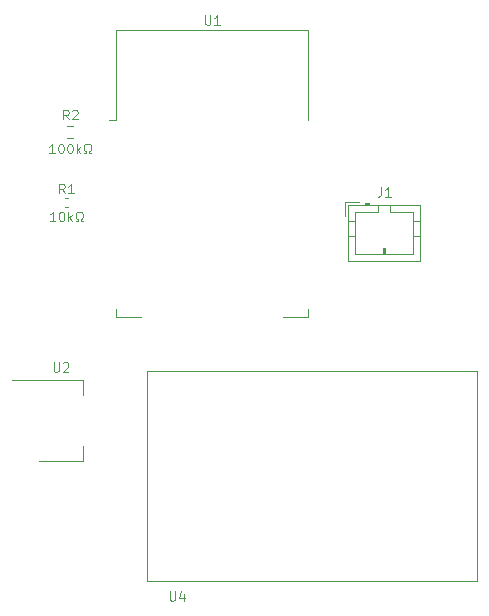
<source format=gbr>
%TF.GenerationSoftware,Flux,Pcbnew,7.0.11-7.0.11~ubuntu20.04.1*%
%TF.CreationDate,2024-08-13T10:52:44+00:00*%
%TF.ProjectId,input,696e7075-742e-46b6-9963-61645f706362,rev?*%
%TF.SameCoordinates,Original*%
%TF.FileFunction,Legend,Top*%
%TF.FilePolarity,Positive*%
%FSLAX46Y46*%
G04 Gerber Fmt 4.6, Leading zero omitted, Abs format (unit mm)*
G04 Filename: wirelessvoltmeter*
G04 Build it with Flux! Visit our site at: https://www.flux.ai (PCBNEW 7.0.11-7.0.11~ubuntu20.04.1) date 2024-08-13 10:52:44*
%MOMM*%
%LPD*%
G01*
G04 APERTURE LIST*
%ADD10C,0.095000*%
%ADD11C,0.120000*%
G04 APERTURE END LIST*
D10*
X-1609523Y23884844D02*
X-1609523Y23237225D01*
X-1609523Y23237225D02*
X-1571428Y23161035D01*
X-1571428Y23161035D02*
X-1533333Y23122940D01*
X-1533333Y23122940D02*
X-1457142Y23084844D01*
X-1457142Y23084844D02*
X-1304761Y23084844D01*
X-1304761Y23084844D02*
X-1228571Y23122940D01*
X-1228571Y23122940D02*
X-1190476Y23161035D01*
X-1190476Y23161035D02*
X-1152380Y23237225D01*
X-1152380Y23237225D02*
X-1152380Y23884844D01*
X-352381Y23084844D02*
X-809524Y23084844D01*
X-580952Y23084844D02*
X-580952Y23884844D01*
X-580952Y23884844D02*
X-657143Y23770559D01*
X-657143Y23770559D02*
X-733333Y23694368D01*
X-733333Y23694368D02*
X-809524Y23656273D01*
X-14433223Y-5509355D02*
X-14433223Y-6156974D01*
X-14433223Y-6156974D02*
X-14395128Y-6233164D01*
X-14395128Y-6233164D02*
X-14357033Y-6271260D01*
X-14357033Y-6271260D02*
X-14280842Y-6309355D01*
X-14280842Y-6309355D02*
X-14128461Y-6309355D01*
X-14128461Y-6309355D02*
X-14052271Y-6271260D01*
X-14052271Y-6271260D02*
X-14014176Y-6233164D01*
X-14014176Y-6233164D02*
X-13976080Y-6156974D01*
X-13976080Y-6156974D02*
X-13976080Y-5509355D01*
X-13633224Y-5585545D02*
X-13595128Y-5547450D01*
X-13595128Y-5547450D02*
X-13518938Y-5509355D01*
X-13518938Y-5509355D02*
X-13328462Y-5509355D01*
X-13328462Y-5509355D02*
X-13252271Y-5547450D01*
X-13252271Y-5547450D02*
X-13214176Y-5585545D01*
X-13214176Y-5585545D02*
X-13176081Y-5661736D01*
X-13176081Y-5661736D02*
X-13176081Y-5737926D01*
X-13176081Y-5737926D02*
X-13214176Y-5852212D01*
X-13214176Y-5852212D02*
X-13671319Y-6309355D01*
X-13671319Y-6309355D02*
X-13176081Y-6309355D01*
X13296833Y9334844D02*
X13296833Y8763416D01*
X13296833Y8763416D02*
X13258738Y8649130D01*
X13258738Y8649130D02*
X13182547Y8572940D01*
X13182547Y8572940D02*
X13068262Y8534844D01*
X13068262Y8534844D02*
X12992071Y8534844D01*
X14096833Y8534844D02*
X13639690Y8534844D01*
X13868262Y8534844D02*
X13868262Y9334844D01*
X13868262Y9334844D02*
X13792071Y9220559D01*
X13792071Y9220559D02*
X13715881Y9144368D01*
X13715881Y9144368D02*
X13639690Y9106273D01*
X-4609523Y-24884355D02*
X-4609523Y-25531974D01*
X-4609523Y-25531974D02*
X-4571428Y-25608164D01*
X-4571428Y-25608164D02*
X-4533333Y-25646260D01*
X-4533333Y-25646260D02*
X-4457142Y-25684355D01*
X-4457142Y-25684355D02*
X-4304761Y-25684355D01*
X-4304761Y-25684355D02*
X-4228571Y-25646260D01*
X-4228571Y-25646260D02*
X-4190476Y-25608164D01*
X-4190476Y-25608164D02*
X-4152380Y-25531974D01*
X-4152380Y-25531974D02*
X-4152380Y-24884355D01*
X-3428571Y-25151021D02*
X-3428571Y-25684355D01*
X-3619047Y-24846260D02*
X-3809524Y-25417688D01*
X-3809524Y-25417688D02*
X-3314285Y-25417688D01*
X-14276133Y6464844D02*
X-14733276Y6464844D01*
X-14504704Y6464844D02*
X-14504704Y7264844D01*
X-14504704Y7264844D02*
X-14580895Y7150559D01*
X-14580895Y7150559D02*
X-14657085Y7074368D01*
X-14657085Y7074368D02*
X-14733276Y7036273D01*
X-13780894Y7264844D02*
X-13704704Y7264844D01*
X-13704704Y7264844D02*
X-13628513Y7226749D01*
X-13628513Y7226749D02*
X-13590418Y7188654D01*
X-13590418Y7188654D02*
X-13552323Y7112463D01*
X-13552323Y7112463D02*
X-13514228Y6960082D01*
X-13514228Y6960082D02*
X-13514228Y6769606D01*
X-13514228Y6769606D02*
X-13552323Y6617225D01*
X-13552323Y6617225D02*
X-13590418Y6541035D01*
X-13590418Y6541035D02*
X-13628513Y6502940D01*
X-13628513Y6502940D02*
X-13704704Y6464844D01*
X-13704704Y6464844D02*
X-13780894Y6464844D01*
X-13780894Y6464844D02*
X-13857085Y6502940D01*
X-13857085Y6502940D02*
X-13895180Y6541035D01*
X-13895180Y6541035D02*
X-13933275Y6617225D01*
X-13933275Y6617225D02*
X-13971371Y6769606D01*
X-13971371Y6769606D02*
X-13971371Y6960082D01*
X-13971371Y6960082D02*
X-13933275Y7112463D01*
X-13933275Y7112463D02*
X-13895180Y7188654D01*
X-13895180Y7188654D02*
X-13857085Y7226749D01*
X-13857085Y7226749D02*
X-13780894Y7264844D01*
X-13171370Y6464844D02*
X-13171370Y7264844D01*
X-13095180Y6769606D02*
X-12866608Y6464844D01*
X-12866608Y6998178D02*
X-13171370Y6693416D01*
X-12561847Y6464844D02*
X-12371370Y6464844D01*
X-12371370Y6464844D02*
X-12371370Y6617225D01*
X-12371370Y6617225D02*
X-12447561Y6655320D01*
X-12447561Y6655320D02*
X-12523751Y6731511D01*
X-12523751Y6731511D02*
X-12561847Y6845797D01*
X-12561847Y6845797D02*
X-12561847Y7036273D01*
X-12561847Y7036273D02*
X-12523751Y7150559D01*
X-12523751Y7150559D02*
X-12447561Y7226749D01*
X-12447561Y7226749D02*
X-12333275Y7264844D01*
X-12333275Y7264844D02*
X-12180894Y7264844D01*
X-12180894Y7264844D02*
X-12066608Y7226749D01*
X-12066608Y7226749D02*
X-11990418Y7150559D01*
X-11990418Y7150559D02*
X-11952323Y7036273D01*
X-11952323Y7036273D02*
X-11952323Y6845797D01*
X-11952323Y6845797D02*
X-11990418Y6731511D01*
X-11990418Y6731511D02*
X-12066608Y6655320D01*
X-12066608Y6655320D02*
X-12142799Y6617225D01*
X-12142799Y6617225D02*
X-12142799Y6464844D01*
X-12142799Y6464844D02*
X-11952323Y6464844D01*
X-13476132Y8804844D02*
X-13742799Y9185797D01*
X-13933275Y8804844D02*
X-13933275Y9604844D01*
X-13933275Y9604844D02*
X-13628513Y9604844D01*
X-13628513Y9604844D02*
X-13552323Y9566749D01*
X-13552323Y9566749D02*
X-13514228Y9528654D01*
X-13514228Y9528654D02*
X-13476132Y9452463D01*
X-13476132Y9452463D02*
X-13476132Y9338178D01*
X-13476132Y9338178D02*
X-13514228Y9261987D01*
X-13514228Y9261987D02*
X-13552323Y9223892D01*
X-13552323Y9223892D02*
X-13628513Y9185797D01*
X-13628513Y9185797D02*
X-13933275Y9185797D01*
X-12714228Y8804844D02*
X-13171371Y8804844D01*
X-12942799Y8804844D02*
X-12942799Y9604844D01*
X-12942799Y9604844D02*
X-13018990Y9490559D01*
X-13018990Y9490559D02*
X-13095180Y9414368D01*
X-13095180Y9414368D02*
X-13171371Y9376273D01*
X-14342086Y12204844D02*
X-14799229Y12204844D01*
X-14570657Y12204844D02*
X-14570657Y13004844D01*
X-14570657Y13004844D02*
X-14646848Y12890559D01*
X-14646848Y12890559D02*
X-14723038Y12814368D01*
X-14723038Y12814368D02*
X-14799229Y12776273D01*
X-13846847Y13004844D02*
X-13770657Y13004844D01*
X-13770657Y13004844D02*
X-13694466Y12966749D01*
X-13694466Y12966749D02*
X-13656371Y12928654D01*
X-13656371Y12928654D02*
X-13618276Y12852463D01*
X-13618276Y12852463D02*
X-13580181Y12700082D01*
X-13580181Y12700082D02*
X-13580181Y12509606D01*
X-13580181Y12509606D02*
X-13618276Y12357225D01*
X-13618276Y12357225D02*
X-13656371Y12281035D01*
X-13656371Y12281035D02*
X-13694466Y12242940D01*
X-13694466Y12242940D02*
X-13770657Y12204844D01*
X-13770657Y12204844D02*
X-13846847Y12204844D01*
X-13846847Y12204844D02*
X-13923038Y12242940D01*
X-13923038Y12242940D02*
X-13961133Y12281035D01*
X-13961133Y12281035D02*
X-13999228Y12357225D01*
X-13999228Y12357225D02*
X-14037324Y12509606D01*
X-14037324Y12509606D02*
X-14037324Y12700082D01*
X-14037324Y12700082D02*
X-13999228Y12852463D01*
X-13999228Y12852463D02*
X-13961133Y12928654D01*
X-13961133Y12928654D02*
X-13923038Y12966749D01*
X-13923038Y12966749D02*
X-13846847Y13004844D01*
X-13084942Y13004844D02*
X-13008752Y13004844D01*
X-13008752Y13004844D02*
X-12932561Y12966749D01*
X-12932561Y12966749D02*
X-12894466Y12928654D01*
X-12894466Y12928654D02*
X-12856371Y12852463D01*
X-12856371Y12852463D02*
X-12818276Y12700082D01*
X-12818276Y12700082D02*
X-12818276Y12509606D01*
X-12818276Y12509606D02*
X-12856371Y12357225D01*
X-12856371Y12357225D02*
X-12894466Y12281035D01*
X-12894466Y12281035D02*
X-12932561Y12242940D01*
X-12932561Y12242940D02*
X-13008752Y12204844D01*
X-13008752Y12204844D02*
X-13084942Y12204844D01*
X-13084942Y12204844D02*
X-13161133Y12242940D01*
X-13161133Y12242940D02*
X-13199228Y12281035D01*
X-13199228Y12281035D02*
X-13237323Y12357225D01*
X-13237323Y12357225D02*
X-13275419Y12509606D01*
X-13275419Y12509606D02*
X-13275419Y12700082D01*
X-13275419Y12700082D02*
X-13237323Y12852463D01*
X-13237323Y12852463D02*
X-13199228Y12928654D01*
X-13199228Y12928654D02*
X-13161133Y12966749D01*
X-13161133Y12966749D02*
X-13084942Y13004844D01*
X-12475418Y12204844D02*
X-12475418Y13004844D01*
X-12399228Y12509606D02*
X-12170656Y12204844D01*
X-12170656Y12738178D02*
X-12475418Y12433416D01*
X-11865895Y12204844D02*
X-11675418Y12204844D01*
X-11675418Y12204844D02*
X-11675418Y12357225D01*
X-11675418Y12357225D02*
X-11751609Y12395320D01*
X-11751609Y12395320D02*
X-11827799Y12471511D01*
X-11827799Y12471511D02*
X-11865895Y12585797D01*
X-11865895Y12585797D02*
X-11865895Y12776273D01*
X-11865895Y12776273D02*
X-11827799Y12890559D01*
X-11827799Y12890559D02*
X-11751609Y12966749D01*
X-11751609Y12966749D02*
X-11637323Y13004844D01*
X-11637323Y13004844D02*
X-11484942Y13004844D01*
X-11484942Y13004844D02*
X-11370656Y12966749D01*
X-11370656Y12966749D02*
X-11294466Y12890559D01*
X-11294466Y12890559D02*
X-11256371Y12776273D01*
X-11256371Y12776273D02*
X-11256371Y12585797D01*
X-11256371Y12585797D02*
X-11294466Y12471511D01*
X-11294466Y12471511D02*
X-11370656Y12395320D01*
X-11370656Y12395320D02*
X-11446847Y12357225D01*
X-11446847Y12357225D02*
X-11446847Y12204844D01*
X-11446847Y12204844D02*
X-11256371Y12204844D01*
X-13161132Y15064844D02*
X-13427799Y15445797D01*
X-13618275Y15064844D02*
X-13618275Y15864844D01*
X-13618275Y15864844D02*
X-13313513Y15864844D01*
X-13313513Y15864844D02*
X-13237323Y15826749D01*
X-13237323Y15826749D02*
X-13199228Y15788654D01*
X-13199228Y15788654D02*
X-13161132Y15712463D01*
X-13161132Y15712463D02*
X-13161132Y15598178D01*
X-13161132Y15598178D02*
X-13199228Y15521987D01*
X-13199228Y15521987D02*
X-13237323Y15483892D01*
X-13237323Y15483892D02*
X-13313513Y15445797D01*
X-13313513Y15445797D02*
X-13618275Y15445797D01*
X-12856371Y15788654D02*
X-12818275Y15826749D01*
X-12818275Y15826749D02*
X-12742085Y15864844D01*
X-12742085Y15864844D02*
X-12551609Y15864844D01*
X-12551609Y15864844D02*
X-12475418Y15826749D01*
X-12475418Y15826749D02*
X-12437323Y15788654D01*
X-12437323Y15788654D02*
X-12399228Y15712463D01*
X-12399228Y15712463D02*
X-12399228Y15636273D01*
X-12399228Y15636273D02*
X-12437323Y15521987D01*
X-12437323Y15521987D02*
X-12894466Y15064844D01*
X-12894466Y15064844D02*
X-12399228Y15064844D01*
D11*
%TO.C,*%
X-9120000Y22620000D02*
X7120000Y22620000D01*
X7120000Y22620000D02*
X7120000Y15000000D01*
X7120000Y-1000000D02*
X7120000Y-1620000D01*
X7120000Y-1620000D02*
X5000000Y-1620000D01*
X-7000000Y-1620000D02*
X-9120000Y-1620000D01*
X-9120000Y-1620000D02*
X-9120000Y-1000000D01*
X-9120000Y15000000D02*
X-9120000Y22620000D01*
X-9120000Y15000000D02*
X-9730000Y15000000D01*
X-9120000Y22620000D02*
X7120000Y22620000D01*
X7120000Y22620000D02*
X7120000Y15300000D01*
X-9120000Y15300000D02*
X-9120000Y22620000D01*
X-11913700Y-13854200D02*
X-11913700Y-12594200D01*
X-11913700Y-7034200D02*
X-11913700Y-8294200D01*
X-15673700Y-13854200D02*
X-11913700Y-13854200D01*
X-17923700Y-7034200D02*
X-11913700Y-7034200D01*
X10503500Y7810000D02*
X10503500Y3090000D01*
X10503500Y3090000D02*
X16623500Y3090000D01*
X16623500Y3090000D02*
X16623500Y7810000D01*
X16623500Y7810000D02*
X10503500Y7810000D01*
X12263500Y7810000D02*
X12263500Y8010000D01*
X12263500Y8010000D02*
X11963500Y8010000D01*
X11963500Y8010000D02*
X11963500Y7810000D01*
X12263500Y7910000D02*
X11963500Y7910000D01*
X13063500Y7810000D02*
X13063500Y7200000D01*
X13063500Y7200000D02*
X11113500Y7200000D01*
X11113500Y7200000D02*
X11113500Y3700000D01*
X11113500Y3700000D02*
X16013500Y3700000D01*
X16013500Y3700000D02*
X16013500Y7200000D01*
X16013500Y7200000D02*
X14063500Y7200000D01*
X14063500Y7200000D02*
X14063500Y7810000D01*
X10503500Y6500000D02*
X11113500Y6500000D01*
X10503500Y5200000D02*
X11113500Y5200000D01*
X16623500Y6500000D02*
X16013500Y6500000D01*
X16623500Y5200000D02*
X16013500Y5200000D01*
X13463500Y3700000D02*
X13463500Y4200000D01*
X13463500Y4200000D02*
X13663500Y4200000D01*
X13663500Y4200000D02*
X13663500Y3700000D01*
X13563500Y3700000D02*
X13563500Y4200000D01*
X11453500Y8110000D02*
X10203500Y8110000D01*
X10203500Y8110000D02*
X10203500Y6860000D01*
X-6540000Y-24049200D02*
X-6540000Y-6269200D01*
X-6540000Y-24049200D02*
X21400000Y-24049200D01*
X21400000Y-24049200D02*
X21400000Y-6269200D01*
X-6540000Y-6269200D02*
X21400000Y-6269200D01*
X-13496400Y8380000D02*
X-13189200Y8380000D01*
X-13496400Y7620000D02*
X-13189200Y7620000D01*
X-13265100Y14522500D02*
X-12790500Y14522500D01*
X-13265100Y13477500D02*
X-12790500Y13477500D01*
%TD*%
M02*

</source>
